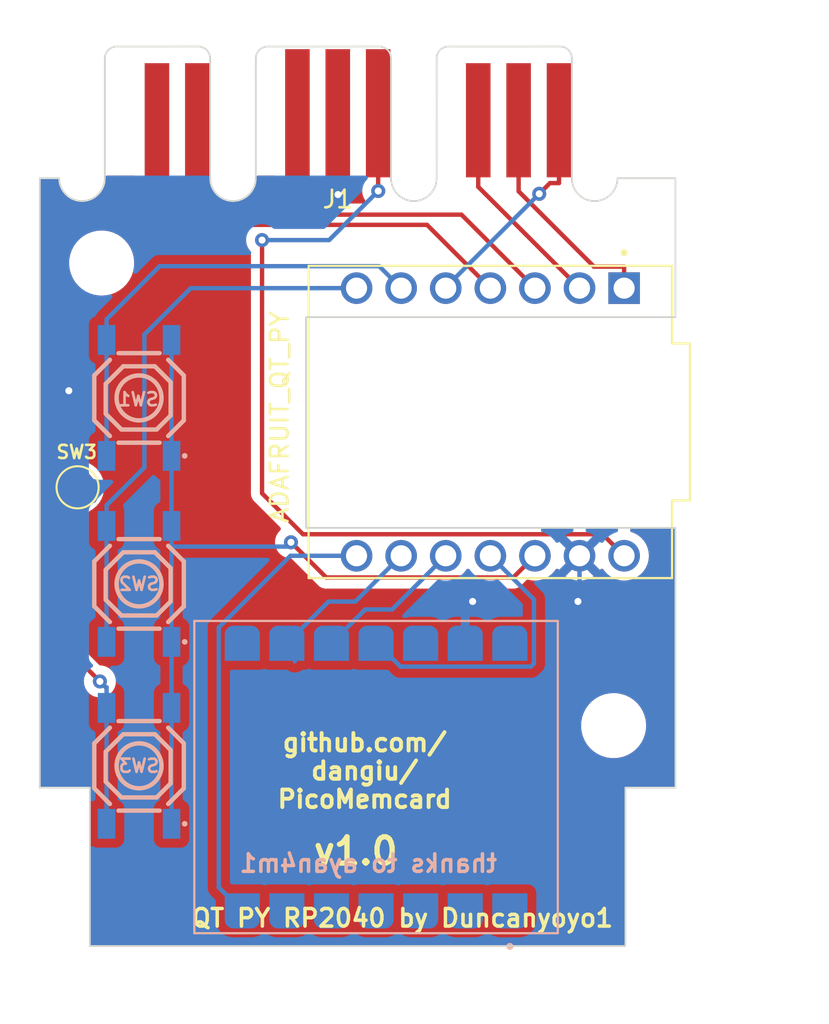
<source format=kicad_pcb>
(kicad_pcb (version 20221018) (generator pcbnew)
  (title_block (title "RP2040-Zero PicoMemcard PCB") (date "2022-09-13") (rev "1.3.1") (company "DanGiu") (comment 1 "Improved MicroSD module mount (long soldering pads)") (comment 2 "Aligned MicroSD silkscreen"))
  (layers (0 "F.Cu" signal) (31 "B.Cu" signal) (34 "B.Paste" user) (35 "F.Paste" user) (36 "B.SilkS" user "B.Silkscreen") (37 "F.SilkS" user "F.Silkscreen") (38 "B.Mask" user) (39 "F.Mask" user) (44 "Edge.Cuts" user))
  (net 0 "")
  (net 1 "DAT")
  (net 2 "CMD")
  (net 4 "GND")
  (net 5 "SEL")
  (net 6 "CLK")
  (net 7 "ACK")
  (net 8 "GP26")
  (net 9 "GP27")
  (net 10 "GP28")
  (net 11 "MISO")
  (net 12 "+5V")
  (net 13 "CS")
  (net 14 "SCK")
  (net 15 "MOSI")
  (net 16 "+3V3")
  (net 17 "+3.3V")
  (footprint "MountingHole:MountingHole_3.2mm_M3" (layer "F.Cu") (at 163.53 102.07)
    (fp_text reference "H2" hide)
    (fp_text value "M3")
    (pad "" np_thru_hole circle (at 0 0) (size 3.2 3.2) (drill 3.2) (layers "*.Cu" "*.Mask"))
  )
  (footprint "TestPoint:TestPoint_Pad_D2.0mm" (layer "F.Cu") (at 133 88.5)
    (fp_text reference "TP1" hide)
    (fp_text value "GP23")
    (fp_circle (center 0 0) (end 0 1.2) (stroke (width 0.12)) (fill none) (layer "F.SilkS"))
    (pad "1" smd circle (at 0 0) (size 2 2) (layers "F.Cu" "F.Mask") (net 10 "GP28"))
  )
  (footprint "MountingHole:MountingHole_3.2mm_M3" (layer "F.Cu") (at 134.37 75.73)
    (fp_text reference "H1" hide)
    (fp_text value "M3")
    (pad "" np_thru_hole circle (at 0 0) (size 3.2 3.2) (drill 3.2) (layers "*.Cu" "*.Mask"))
  )
  (footprint "254:MemoryCardConnector" (layer "F.Cu") (at 147.82 67.2)
    (fp_text reference "J1" (at 0 4.9) (layer "F.SilkS"))
    (fp_text value "PSX Memory Card Interface")
    (pad "1" smd rect (at -10.3 0.4) (size 1.4 6.5) (layers "F.Cu" "F.Paste" "F.Mask") (net 1 "DAT"))
    (pad "2" smd rect (at -8 0.4) (size 1.4 6.5) (layers "F.Cu" "F.Paste" "F.Mask") (net 2 "CMD"))
    (pad "3" smd rect (at -2.3 0) (size 1.4 7.3) (layers "F.Cu" "F.Paste" "F.Mask"))
    (pad "4" smd rect (at 0 0) (size 1.4 7.3) (layers "F.Cu" "F.Paste" "F.Mask") (net 4 "GND"))
    (pad "5" smd rect (at 2.3 0) (size 1.4 7.3) (layers "F.Cu" "F.Paste" "F.Mask") (net 12 "+5V"))
    (pad "6" smd rect (at 8 0.4) (size 1.4 6.5) (layers "F.Cu" "F.Paste" "F.Mask") (net 5 "SEL"))
    (pad "7" smd rect (at 10.3 0.4) (size 1.4 6.5) (layers "F.Cu" "F.Paste" "F.Mask") (net 6 "CLK"))
    (pad "8" smd rect (at 12.6 0.4) (size 1.4 6.5) (layers "F.Cu" "F.Paste" "F.Mask") (net 7 "ACK"))
  )
  (footprint "QTPY:MODULE_ADAFRUIT_QT_PY" (layer "F.Cu") (at 156.509 84.7792 -90)
    (fp_text reference "U2" hide)
    (fp_text value "ADAFRUIT_QT_PY" (at -0.2792 12.009 90) (layer "F.SilkS"))
    (fp_line (start -8.89 -10.3505) (end -8.89 10.3505) (stroke (width 0.127)) (layer "F.SilkS"))
    (fp_line (start -8.89 10.3505) (end 8.89 10.3505) (stroke (width 0.127)) (layer "F.SilkS"))
    (fp_line (start -4.47 -11.3665) (end 4.47 -11.3665) (stroke (width 0.127)) (layer "F.SilkS"))
    (fp_line (start -4.47 -10.3505) (end -8.89 -10.3505) (stroke (width 0.127)) (layer "F.SilkS"))
    (fp_line (start -4.47 -10.3505) (end -4.47 -11.3665) (stroke (width 0.127)) (layer "F.SilkS"))
    (fp_line (start 4.47 -11.3665) (end 4.47 -10.3505) (stroke (width 0.127)) (layer "F.SilkS"))
    (fp_line (start 8.89 -10.3505) (end 4.47 -10.3505) (stroke (width 0.127)) (layer "F.SilkS"))
    (fp_line (start 8.89 10.3505) (end 8.89 -10.3505) (stroke (width 0.127)) (layer "F.SilkS"))
    (fp_circle (center -9.64 -7.62) (end -9.54 -7.62) (stroke (width 0.2)) (fill none) (layer "F.SilkS"))
    (pad "1" thru_hole rect (at -7.62 -7.62 270) (size 1.8 1.8) (drill 1.2) (layers "*.Cu" "*.Mask") (net 6 "CLK"))
    (pad "2" thru_hole circle (at -7.62 -5.08 270) (size 1.8 1.8) (drill 1.2) (layers "*.Cu" "*.Mask") (net 5 "SEL"))
    (pad "3" thru_hole circle (at -7.62 -2.54 270) (size 1.8 1.8) (drill 1.2) (layers "*.Cu" "*.Mask") (net 2 "CMD"))
    (pad "4" thru_hole circle (at -7.62 0 270) (size 1.8 1.8) (drill 1.2) (layers "*.Cu" "*.Mask") (net 1 "DAT"))
    (pad "5" thru_hole circle (at -7.62 2.54 270) (size 1.8 1.8) (drill 1.2) (layers "*.Cu" "*.Mask") (net 7 "ACK"))
    (pad "6" thru_hole circle (at -7.62 5.08 270) (size 1.8 1.8) (drill 1.2) (layers "*.Cu" "*.Mask") (net 8 "GP26"))
    (pad "7" thru_hole circle (at -7.62 7.62 270) (size 1.8 1.8) (drill 1.2) (layers "*.Cu" "*.Mask") (net 9 "GP27"))
    (pad "8" thru_hole circle (at 7.62 7.62 270) (size 1.8 1.8) (drill 1.2) (layers "*.Cu" "*.Mask") (net 13 "CS"))
    (pad "9" thru_hole circle (at 7.62 5.08 270) (size 1.8 1.8) (drill 1.2) (layers "*.Cu" "*.Mask") (net 14 "SCK"))
    (pad "10" thru_hole circle (at 7.62 2.54 270) (size 1.8 1.8) (drill 1.2) (layers "*.Cu" "*.Mask") (net 11 "MISO"))
    (pad "11" thru_hole circle (at 7.62 0 270) (size 1.8 1.8) (drill 1.2) (layers "*.Cu" "*.Mask") (net 15 "MOSI"))
    (pad "12" thru_hole circle (at 7.62 -2.54 270) (size 1.8 1.8) (drill 1.2) (layers "*.Cu" "*.Mask") (net 16 "+3V3"))
    (pad "13" thru_hole circle (at 7.62 -5.08 270) (size 1.8 1.8) (drill 1.2) (layers "*.Cu" "*.Mask") (net 4 "GND"))
    (pad "14" thru_hole circle (at 7.62 -7.62 270) (size 1.8 1.8) (drill 1.2) (layers "*.Cu" "*.Mask") (net 12 "+5V"))
  )
  (footprint "easyeda2kicad:SW-SMD_4P-L5.1-W5.1-P3.70-LS6.5-TL-2" (layer "B.Cu") (at 136.5 104.36 90)
    (fp_text reference "SW3" (at 0 0) (layer "B.SilkS") (effects (font (size 0.75 0.75)) (justify mirror)))
    (fp_text value "TS-1187A-B-A-B" hide)
    (fp_line (start -2.55 1.17) (end -2.55 -1.17) (stroke (width 0.25)) (layer "B.SilkS"))
    (fp_line (start -2.17 -1.66) (end -1.28 -2.55) (stroke (width 0.25)) (layer "B.SilkS"))
    (fp_line (start -1.8 -1) (end -1.8 1) (stroke (width 0.25)) (layer "B.SilkS"))
    (fp_line (start -1.8 1) (end -1 1.8) (stroke (width 0.25)) (layer "B.SilkS"))
    (fp_line (start -1.28 -2.55) (end 1.28 -2.55) (stroke (width 0.25)) (layer "B.SilkS"))
    (fp_line (start -1.28 2.55) (end -2.17 1.66) (stroke (width 0.25)) (layer "B.SilkS"))
    (fp_line (start -1.28 2.55) (end 1.28 2.55) (stroke (width 0.25)) (layer "B.SilkS"))
    (fp_line (start -1 1.8) (end 0.9 1.8) (stroke (width 0.25)) (layer "B.SilkS"))
    (fp_line (start -0.9 -1.9) (end -1.8 -1) (stroke (width 0.25)) (layer "B.SilkS"))
    (fp_line (start 0.8 -1.9) (end -0.9 -1.9) (stroke (width 0.25)) (layer "B.SilkS"))
    (fp_line (start 0.9 1.8) (end 1.8 0.9) (stroke (width 0.25)) (layer "B.SilkS"))
    (fp_line (start 1.28 2.55) (end 2.17 1.66) (stroke (width 0.25)) (layer "B.SilkS"))
    (fp_line (start 1.8 -0.9) (end 0.8 -1.9) (stroke (width 0.25)) (layer "B.SilkS"))
    (fp_line (start 1.8 0.9) (end 1.8 -0.9) (stroke (width 0.25)) (layer "B.SilkS"))
    (fp_line (start 2.17 -1.66) (end 1.28 -2.55) (stroke (width 0.25)) (layer "B.SilkS"))
    (fp_line (start 2.55 1.17) (end 2.55 -1.17) (stroke (width 0.25)) (layer "B.SilkS"))
    (fp_circle (center -3.3 2.6) (end -3.2 2.6) (stroke (width 0.12)) (fill solid) (layer "B.SilkS"))
    (fp_circle (center 0 0) (end 1.28 0) (stroke (width 0.25)) (fill none) (layer "B.SilkS"))
    (pad "1" smd rect (at -3.3 1.85 90) (size 1.7 1) (layers "B.Cu" "B.Paste" "B.Mask") (net 16 "+3V3"))
    (pad "2" smd rect (at 3.3 1.85 90) (size 1.7 1) (layers "B.Cu" "B.Paste" "B.Mask") (net 16 "+3V3"))
    (pad "3" smd rect (at -3.3 -1.85 90) (size 1.7 1) (layers "B.Cu" "B.Paste" "B.Mask") (net 10 "GP28"))
    (pad "4" smd rect (at 3.3 -1.85 90) (size 1.7 1) (layers "B.Cu" "B.Paste" "B.Mask") (net 10 "GP28"))
  )
  (footprint "KiCad Folder:MODULE_ADAFRUIT_QT_PY_BFF" (layer "B.Cu") (at 150 105 90)
    (fp_text reference "U1" hide)
    (fp_text value "QT_PY_SD_BFF")
    (fp_line (start -8.89 -10.3505) (end 8.89 -10.3505) (stroke (width 0.127)) (layer "B.SilkS"))
    (fp_line (start -8.89 10.3505) (end -8.89 -10.3505) (stroke (width 0.127)) (layer "B.SilkS"))
    (fp_line (start 8.89 -10.3505) (end 8.89 10.3505) (stroke (width 0.127)) (layer "B.SilkS"))
    (fp_line (start 8.89 10.3505) (end -8.89 10.3505) (stroke (width 0.127)) (layer "B.SilkS"))
    (fp_circle (center -9.64 7.62) (end -9.54 7.62) (stroke (width 0.2)) (fill none) (layer "B.SilkS"))
    (pad "1" smd roundrect (at -7.62 7.62 90) (size 2 2) (layers "B.Cu" "B.Paste" "B.Mask") (chamfer_ratio 0) (chamfer top_right bottom_right))
    (pad "2" smd roundrect (at -7.62 5.08 90) (size 2 2) (layers "B.Cu" "B.Paste" "B.Mask") (chamfer_ratio 0) (chamfer top_right bottom_right))
    (pad "3" smd roundrect (at -7.62 2.54 90) (size 2 2) (layers "B.Cu" "B.Paste" "B.Mask") (chamfer_ratio 0) (chamfer top_right bottom_right))
    (pad "4" smd roundrect (at -7.62 0 90) (size 2 2) (layers "B.Cu" "B.Paste" "B.Mask") (chamfer_ratio 0) (chamfer top_right bottom_right))
    (pad "5" smd roundrect (at -7.62 -2.54 90) (size 2 2) (layers "B.Cu" "B.Paste" "B.Mask") (chamfer_ratio 0) (chamfer top_right bottom_right))
    (pad "6" smd roundrect (at -7.62 -5.08 90) (size 2 2) (layers "B.Cu" "B.Paste" "B.Mask") (chamfer_ratio 0) (chamfer top_right bottom_right))
    (pad "7" smd roundrect (at -7.62 -7.62 90) (size 2 2) (layers "B.Cu" "B.Paste" "B.Mask") (chamfer_ratio 0) (chamfer top_right bottom_right) (net 13 "CS"))
    (pad "8" smd roundrect (at 7.62 -7.62 90) (size 2 2) (layers "B.Cu" "B.Paste" "B.Mask") (chamfer_ratio 0) (chamfer top_left bottom_left))
    (pad "9" smd roundrect (at 7.62 -5.08 90) (size 2 2) (layers "B.Cu" "B.Paste" "B.Mask") (chamfer_ratio 0) (chamfer top_left bottom_left) (net 14 "SCK"))
    (pad "10" smd roundrect (at 7.62 -2.54 90) (size 2 2) (layers "B.Cu" "B.Paste" "B.Mask") (chamfer_ratio 0) (chamfer top_left bottom_left) (net 11 "MISO"))
    (pad "11" smd roundrect (at 7.62 0 90) (size 2 2) (layers "B.Cu" "B.Paste" "B.Mask") (chamfer_ratio 0) (chamfer top_left bottom_left) (net 15 "MOSI"))
    (pad "12" smd roundrect (at 7.62 2.54 90) (size 2 2) (layers "B.Cu" "B.Paste" "B.Mask") (chamfer_ratio 0) (chamfer top_left bottom_left) (net 17 "+3.3V"))
    (pad "13" smd roundrect (at 7.62 5.08 90) (size 2 2) (layers "B.Cu" "B.Paste" "B.Mask") (chamfer_ratio 0) (chamfer top_left bottom_left) (net 4 "GND"))
    (pad "14" smd roundrect (at 7.62 7.62 90) (size 2 2) (layers "B.Cu" "B.Paste" "B.Mask") (chamfer_ratio 0) (chamfer top_left bottom_left))
  )
  (footprint "easyeda2kicad:SW-SMD_4P-L5.1-W5.1-P3.70-LS6.5-TL-2" (layer "B.Cu") (at 136.5 83.41 90)
    (fp_text reference "SW1" (at -0.08 -0.04) (layer "B.SilkS") (effects (font (size 0.75 0.75)) (justify mirror)))
    (fp_text value "TS-1187A-B-A-B" hide)
    (fp_line (start -2.55 1.17) (end -2.55 -1.17) (stroke (width 0.25)) (layer "B.SilkS"))
    (fp_line (start -2.17 -1.66) (end -1.28 -2.55) (stroke (width 0.25)) (layer "B.SilkS"))
    (fp_line (start -1.8 -1) (end -1.8 1) (stroke (width 0.25)) (layer "B.SilkS"))
    (fp_line (start -1.8 1) (end -1 1.8) (stroke (width 0.25)) (layer "B.SilkS"))
    (fp_line (start -1.28 -2.55) (end 1.28 -2.55) (stroke (width 0.25)) (layer "B.SilkS"))
    (fp_line (start -1.28 2.55) (end -2.17 1.66) (stroke (width 0.25)) (layer "B.SilkS"))
    (fp_line (start -1.28 2.55) (end 1.28 2.55) (stroke (width 0.25)) (layer "B.SilkS"))
    (fp_line (start -1 1.8) (end 0.9 1.8) (stroke (width 0.25)) (layer "B.SilkS"))
    (fp_line (start -0.9 -1.9) (end -1.8 -1) (stroke (width 0.25)) (layer "B.SilkS"))
    (fp_line (start 0.8 -1.9) (end -0.9 -1.9) (stroke (width 0.25)) (layer "B.SilkS"))
    (fp_line (start 0.9 1.8) (end 1.8 0.9) (stroke (width 0.25)) (layer "B.SilkS"))
    (fp_line (start 1.28 2.55) (end 2.17 1.66) (stroke (width 0.25)) (layer "B.SilkS"))
    (fp_line (start 1.8 -0.9) (end 0.8 -1.9) (stroke (width 0.25)) (layer "B.SilkS"))
    (fp_line (start 1.8 0.9) (end 1.8 -0.9) (stroke (width 0.25)) (layer "B.SilkS"))
    (fp_line (start 2.17 -1.66) (end 1.28 -2.55) (stroke (width 0.25)) (layer "B.SilkS"))
    (fp_line (start 2.55 1.17) (end 2.55 -1.17) (stroke (width 0.25)) (layer "B.SilkS"))
    (fp_circle (center -3.3 2.6) (end -3.2 2.6) (stroke (width 0.12)) (fill solid) (layer "B.SilkS"))
    (fp_circle (center 0 0) (end 1.28 0) (stroke (width 0.25)) (fill none) (layer "B.SilkS"))
    (pad "1" smd rect (at -3.3 1.85 90) (size 1.7 1) (layers "B.Cu" "B.Paste" "B.Mask") (net 16 "+3V3"))
    (pad "2" smd rect (at 3.3 1.85 90) (size 1.7 1) (layers "B.Cu" "B.Paste" "B.Mask") (net 16 "+3V3"))
    (pad "3" smd rect (at -3.3 -1.85 90) (size 1.7 1) (layers "B.Cu" "B.Paste" "B.Mask") (net 8 "GP26"))
    (pad "4" smd rect (at 3.3 -1.85 90) (size 1.7 1) (layers "B.Cu" "B.Paste" "B.Mask") (net 8 "GP26"))
  )
  (footprint "easyeda2kicad:SW-SMD_4P-L5.1-W5.1-P3.70-LS6.5-TL-2" (layer "B.Cu") (at 136.5 94 90)
    (fp_text reference "SW2" (at 0 0) (layer "B.SilkS") (effects (font (size 0.75 0.75)) (justify mirror)))
    (fp_text value "TS-1187A-B-A-B" hide)
    (fp_line (start -2.55 1.17) (end -2.55 -1.17) (stroke (width 0.25)) (layer "B.SilkS"))
    (fp_line (start -2.17 -1.66) (end -1.28 -2.55) (stroke (width 0.25)) (layer "B.SilkS"))
    (fp_line (start -1.8 -1) (end -1.8 1) (stroke (width 0.25)) (layer "B.SilkS"))
    (fp_line (start -1.8 1) (end -1 1.8) (stroke (width 0.25)) (layer "B.SilkS"))
    (fp_line (start -1.28 -2.55) (end 1.28 -2.55) (stroke (width 0.25)) (layer "B.SilkS"))
    (fp_line (start -1.28 2.55) (end -2.17 1.66) (stroke (width 0.25)) (layer "B.SilkS"))
    (fp_line (start -1.28 2.55) (end 1.28 2.55) (stroke (width 0.25)) (layer "B.SilkS"))
    (fp_line (start -1 1.8) (end 0.9 1.8) (stroke (width 0.25)) (layer "B.SilkS"))
    (fp_line (start -0.9 -1.9) (end -1.8 -1) (stroke (width 0.25)) (layer "B.SilkS"))
    (fp_line (start 0.8 -1.9) (end -0.9 -1.9) (stroke (width 0.25)) (layer "B.SilkS"))
    (fp_line (start 0.9 1.8) (end 1.8 0.9) (stroke (width 0.25)) (layer "B.SilkS"))
    (fp_line (start 1.28 2.55) (end 2.17 1.66) (stroke (width 0.25)) (layer "B.SilkS"))
    (fp_line (start 1.8 -0.9) (end 0.8 -1.9) (stroke (width 0.25)) (layer "B.SilkS"))
    (fp_line (start 1.8 0.9) (end 1.8 -0.9) (stroke (width 0.25)) (layer "B.SilkS"))
    (fp_line (start 2.17 -1.66) (end 1.28 -2.55) (stroke (width 0.25)) (layer "B.SilkS"))
    (fp_line (start 2.55 1.17) (end 2.55 -1.17) (stroke (width 0.25)) (layer "B.SilkS"))
    (fp_circle (center -3.3 2.6) (end -3.2 2.6) (stroke (width 0.12)) (fill solid) (layer "B.SilkS"))
    (fp_circle (center 0 0) (end 1.28 0) (stroke (width 0.25)) (fill none) (layer "B.SilkS"))
    (pad "1" smd rect (at -3.3 1.85 90) (size 1.7 1) (layers "B.Cu" "B.Paste" "B.Mask") (net 16 "+3V3"))
    (pad "2" smd rect (at 3.3 1.85 90) (size 1.7 1) (layers "B.Cu" "B.Paste" "B.Mask") (net 16 "+3V3"))
    (pad "3" smd rect (at -3.3 -1.85 90) (size 1.7 1) (layers "B.Cu" "B.Paste" "B.Mask") (net 9 "GP27"))
    (pad "4" smd rect (at 3.3 -1.85 90) (size 1.7 1) (layers "B.Cu" "B.Paste" "B.Mask") (net 9 "GP27"))
  )
  (gr_arc (start 139.850725 63.399987) (mid 140.351367 63.599673) (end 140.550318 64.100622) (stroke (width 0.1)) (layer "Edge.Cuts"))
  (gr_line (start 130.85 70.9) (end 131.95 70.9) (stroke (width 0.1)) (layer "Edge.Cuts"))
  (gr_arc (start 150.150725 63.399987) (mid 150.653777 63.597295) (end 150.850318 64.100622) (stroke (width 0.1)) (layer "Edge.Cuts"))
  (gr_arc (start 143.150318 70.900622) (mid 141.850318 72.200622) (end 140.550318 70.900622) (stroke (width 0.1)) (layer "Edge.Cuts"))
  (gr_line (start 167.05 70.899784) (end 167.05 78.81) (stroke (width 0.1)) (layer "Edge.Cuts"))
  (gr_line (start 140.550318 64.100622) (end 140.550318 70.900622) (stroke (width 0.1)) (layer "Edge.Cuts"))
  (gr_arc (start 153.450318 70.900622) (mid 152.150318 72.200622) (end 150.850318 70.900622) (stroke (width 0.1)) (layer "Edge.Cuts"))
  (gr_line (start 150.850318 64.100622) (end 150.850318 70.900622) (stroke (width 0.1)) (layer "Edge.Cuts"))
  (gr_arc (start 163.750318 70.899784) (mid 162.450719 72.200218) (end 161.150318 70.900622) (stroke (width 0.1)) (layer "Edge.Cuts"))
  (gr_line (start 133.7 105.6) (end 133.7 114.62) (stroke (width 0.1)) (layer "Edge.Cuts"))
  (gr_arc (start 134.550318 70.899553) (mid 133.250424 72.200118) (end 131.95 70.9) (stroke (width 0.1)) (layer "Edge.Cuts"))
  (gr_line (start 167.05 90.81) (end 146.01 90.81) (stroke (width 0.1)) (layer "Edge.Cuts"))
  (gr_line (start 134.550318 70.899553) (end 134.550318 64.100216) (stroke (width 0.1)) (layer "Edge.Cuts"))
  (gr_line (start 167.05 78.81) (end 146.01 78.81) (stroke (width 0.1)) (layer "Edge.Cuts"))
  (gr_line (start 163.750318 70.899784) (end 167.05 70.899784) (stroke (width 0.1)) (layer "Edge.Cuts"))
  (gr_line (start 161.150318 64.100622) (end 161.150318 70.900622) (stroke (width 0.1)) (layer "Edge.Cuts"))
  (gr_arc (start 153.449683 64.100216) (mid 153.647012 63.597203) (end 154.150318 63.400622) (stroke (width 0.1)) (layer "Edge.Cuts"))
  (gr_line (start 143.150318 70.900622) (end 143.149683 64.100216) (stroke (width 0.1)) (layer "Edge.Cuts"))
  (gr_line (start 146.01 90.81) (end 146.01 78.81) (stroke (width 0.1)) (layer "Edge.Cuts"))
  (gr_arc (start 143.149683 64.100216) (mid 143.349354 63.599545) (end 143.850318 63.400622) (stroke (width 0.1)) (layer "Edge.Cuts"))
  (gr_arc (start 134.550318 64.100216) (mid 134.749579 63.599595) (end 135.250318 63.400622) (stroke (width 0.1)) (layer "Edge.Cuts"))
  (gr_line (start 167.05 105.6) (end 164.2 105.6) (stroke (width 0.1)) (layer "Edge.Cuts"))
  (gr_line (start 135.250318 63.400622) (end 139.850725 63.399987) (stroke (width 0.1)) (layer "Edge.Cuts"))
  (gr_line (start 154.150318 63.400622) (end 160.450725 63.399987) (stroke (width 0.1)) (layer "Edge.Cuts"))
  (gr_line (start 164.2 114.62) (end 164.2 105.6) (stroke (width 0.1)) (layer "Edge.Cuts"))
  (gr_line (start 167.05 105.6) (end 167.05 90.81) (stroke (width 0.1)) (layer "Edge.Cuts"))
  (gr_line (start 130.85 105.6) (end 130.85 70.9) (stroke (width 0.1)) (layer "Edge.Cuts"))
  (gr_arc (start 160.450725 63.399987) (mid 160.953777 63.597295) (end 161.150318 64.100622) (stroke (width 0.1)) (layer "Edge.Cuts"))
  (gr_line (start 130.85 105.6) (end 133.7 105.6) (stroke (width 0.1)) (layer "Edge.Cuts"))
  (gr_line (start 153.450318 70.900622) (end 153.449683 64.100216) (stroke (width 0.1)) (layer "Edge.Cuts"))
  (gr_line (start 143.850318 63.400622) (end 150.150725 63.399987) (stroke (width 0.1)) (layer "Edge.Cuts"))
  (gr_line (start 164.2 114.62) (end 133.7 114.62) (stroke (width 0.1)) (layer "Edge.Cuts"))
  (gr_text "thanks to ayan4m1" (at 157 110.5) (layer "B.SilkS") (effects (font (size 1 1) (thickness 0.2)) (justify left bottom mirror)))
  (gr_text "github.com/\ndangiu/\nPicoMemcard" (at 149.352 104.648) (layer "F.SilkS") (effects (font (size 1 1) (thickness 0.22))))
  (gr_text "v1.0" (at 148.844 109.22) (layer "F.SilkS") (effects (font (size 1.5 1.5) (thickness 0.3))))
  (gr_text "SW3" (at 131.707143 86.931448) (layer "F.SilkS") (effects (font (size 0.75 0.75) (thickness 0.15) bold) (justify left bottom)))
  (gr_text "QT PY RP2040 by Duncanyoyo1" (at 151.5 113.03) (layer "F.SilkS") (effects (font (size 1 1) (thickness 0.2))))
  (segment (start 139.898 73.5546) (end 152.904 73.5546) (width 0.25) (layer "F.Cu") (net 1))
  (segment (start 137.52 71.1769) (end 139.898 73.5546) (width 0.25) (layer "F.Cu") (net 1))
  (segment (start 137.52 67.6) (end 137.52 71.1769) (width 0.25) (layer "F.Cu") (net 1))
  (segment (start 152.904 73.5546) (end 156.509 77.1592) (width 0.25) (layer "F.Cu") (net 1))
  (segment (start 154.864 72.9746) (end 159.049 77.1592) (width 0.25) (layer "F.Cu") (net 2))
  (segment (start 141.577 72.9746) (end 154.864 72.9746) (width 0.25) (layer "F.Cu") (net 2))
  (segment (start 139.82 71.2177) (end 141.577 72.9746) (width 0.25) (layer "F.Cu") (net 2))
  (segment (start 139.82 67.6) (end 139.82 71.2177) (width 0.25) (layer "F.Cu") (net 2))
  (segment (start 146 95) (end 134 83) (width 0.25) (layer "F.Cu") (net 4))
  (segment (start 161.5 95) (end 155.5 95) (width 0.25) (layer "F.Cu") (net 4))
  (segment (start 134 83) (end 132.5 83) (width 0.25) (layer "F.Cu") (net 4))
  (segment (start 147.82 70.9609) (end 147.82 67.2) (width 0.25) (layer "F.Cu") (net 4))
  (segment (start 155.5 95) (end 146 95) (width 0.25) (layer "F.Cu") (net 4))
  (via (at 132.5 83) (size 0.8) (drill 0.4) (layers "F.Cu" "B.Cu") (net 4))
  (via (at 161.5 95) (size 0.8) (drill 0.4) (layers "F.Cu" "B.Cu") (net 4))
  (via (at 147.83 71.8304) (size 0.8) (drill 0.4) (layers "F.Cu" "B.Cu") (net 4))
  (via (at 155.5 95) (size 0.8) (drill 0.4) (layers "F.Cu" "B.Cu") (net 4))
  (segment (start 155.383 97.2117) (end 155.372 97.2227) (width 0.25) (layer "B.Cu") (net 4))
  (segment (start 155.5 95) (end 155.08 95.42) (width 0.25) (layer "B.Cu") (net 4))
  (segment (start 155.372 97.2227) (end 155.372 97.248) (width 0.25) (layer "B.Cu") (net 4))
  (segment (start 161.589 94.911) (end 161.5 95) (width 0.25) (layer "B.Cu") (net 4))
  (segment (start 161.589 92.3992) (end 161.589 94.911) (width 0.25) (layer "B.Cu") (net 4))
  (segment (start 155.08 95.42) (end 155.08 97.38) (width 0.25) (layer "B.Cu") (net 4))
  (segment (start 155.82 71.3902) (end 155.82 67.6) (width 0.25) (layer "F.Cu") (net 5))
  (segment (start 161.589 77.1592) (end 155.82 71.3902) (width 0.25) (layer "F.Cu") (net 5))
  (segment (start 158.12 71.6431) (end 162.409 75.9323) (width 0.25) (layer "F.Cu") (net 6))
  (segment (start 158.12 67.6) (end 158.12 71.6431) (width 0.25) (layer "F.Cu") (net 6))
  (segment (start 162.409 75.9323) (end 164.129 75.9323) (width 0.25) (layer "F.Cu") (net 6))
  (segment (start 164.129 75.9323) (end 164.129 77.1592) (width 0.25) (layer "F.Cu") (net 6))
  (segment (start 159.904 71.1769) (end 159.293 71.7879) (width 0.25) (layer "F.Cu") (net 7))
  (segment (start 160.42 67.6) (end 160.42 71.1769) (width 0.25) (layer "F.Cu") (net 7))
  (segment (start 160.42 71.1769) (end 159.904 71.1769) (width 0.25) (layer "F.Cu") (net 7))
  (via (at 159.293 71.7879) (size 0.8) (drill 0.4) (layers "F.Cu" "B.Cu") (net 7))
  (segment (start 153.969 77.1116) (end 159.293 71.7879) (width 0.25) (layer "B.Cu") (net 7))
  (segment (start 153.969 77.1592) (end 153.969 77.1116) (width 0.25) (layer "B.Cu") (net 7))
  (segment (start 150.1786 75.9088) (end 151.429 77.1592) (width 0.25) (layer "B.Cu") (net 8))
  (segment (start 134.65 80.11) (end 134.65 78.9331) (width 0.25) (layer "B.Cu") (net 8))
  (segment (start 134.65 78.9331) (end 137.6743 75.9088) (width 0.25) (layer "B.Cu") (net 8))
  (segment (start 134.65 86.71) (end 134.65 80.11) (width 0.25) (layer "B.Cu") (net 8))
  (segment (start 137.6743 75.9088) (end 150.1786 75.9088) (width 0.25) (layer "B.Cu") (net 8))
  (segment (start 136.8041 87.369) (end 136.8041 79.7994) (width 0.25) (layer "B.Cu") (net 9))
  (segment (start 134.65 97.3) (end 134.65 91.8769) (width 0.25) (layer "B.Cu") (net 9))
  (segment (start 134.65 89.5231) (end 136.8041 87.369) (width 0.25) (layer "B.Cu") (net 9))
  (segment (start 136.8041 79.7994) (end 139.4428 77.1607) (width 0.25) (layer "B.Cu") (net 9))
  (segment (start 139.4428 77.1607) (end 146.787 77.1607) (width 0.25) (layer "B.Cu") (net 9))
  (segment (start 146.7885 77.1592) (end 148.889 77.1592) (width 0.25) (layer "B.Cu") (net 9))
  (segment (start 134.65 90.7) (end 134.65 89.5231) (width 0.25) (layer "B.Cu") (net 9))
  (segment (start 146.787 77.1607) (end 146.7885 77.1592) (width 0.25) (layer "B.Cu") (net 9))
  (segment (start 134.65 90.7) (end 134.65 91.8769) (width 0.25) (layer "B.Cu") (net 9))
  (segment (start 133 88.5) (end 133 98.2842) (width 0.25) (layer "F.Cu") (net 10))
  (segment (start 133 98.2842) (end 134.27 99.5542) (width 0.25) (layer "F.Cu") (net 10))
  (via (at 134.27 99.5542) (size 0.8) (drill 0.4) (layers "F.Cu" "B.Cu") (net 10))
  (segment (start 134.65 101.06) (end 134.65 99.8831) (width 0.25) (layer "B.Cu") (net 10))
  (segment (start 134.27 99.5542) (end 134.5989 99.8831) (width 0.25) (layer "B.Cu") (net 10))
  (segment (start 134.65 107.66) (end 134.65 101.06) (width 0.25) (layer "B.Cu") (net 10))
  (segment (start 134.5989 99.8831) (end 134.65 99.8831) (width 0.25) (layer "B.Cu") (net 10))
  (segment (start 153.969 92.3992) (end 150.911 95.4568) (width 0.25) (layer "B.Cu") (net 11))
  (segment (start 150.911 95.4568) (end 149.383 95.4568) (width 0.25) (layer "B.Cu") (net 11))
  (segment (start 149.383 95.4568) (end 147.46 97.38) (width 0.25) (layer "B.Cu") (net 11))
  (segment (start 150.12 71.6235) (end 150.12 67.2) (width 0.25) (layer "F.Cu") (net 12))
  (segment (start 150.124 71.6276) (end 150.12 71.6235) (width 0.25) (layer "F.Cu") (net 12))
  (segment (start 162.902 91.1723) (end 145.835 91.1723) (width 0.25) (layer "F.Cu") (net 12))
  (segment (start 145.835 91.1723) (end 143.506 88.843) (width 0.25) (layer "F.Cu") (net 12))
  (segment (start 143.506 88.843) (end 143.506 74.4228) (width 0.25) (layer "F.Cu") (net 12))
  (segment (start 164.129 92.3992) (end 162.902 91.1723) (width 0.25) (layer "F.Cu") (net 12))
  (via (at 150.124 71.6276) (size 0.8) (drill 0.4) (layers "F.Cu" "B.Cu") (net 12))
  (via (at 143.506 74.4228) (size 0.8) (drill 0.4) (layers "F.Cu" "B.Cu") (net 12))
  (segment (start 143.506 74.4228) (end 147.329 74.4228) (width 0.25) (layer "B.Cu") (net 12))
  (segment (start 147.329 74.4228) (end 150.124 71.6276) (width 0.25) (layer "B.Cu") (net 12))
  (segment (start 145.123 92.3992) (end 141.042 96.4799) (width 0.25) (layer "B.Cu") (net 13))
  (segment (start 148.889 92.3992) (end 145.123 92.3992) (width 0.25) (layer "B.Cu") (net 13))
  (segment (start 141.042 111.282) (end 142.38 112.62) (width 0.25) (layer "B.Cu") (net 13))
  (segment (start 141.042 96.4799) (end 141.042 111.282) (width 0.25) (layer "B.Cu") (net 13))
  (segment (start 151.429 93.0092) (end 151.429 92.3992) (width 0.25) (layer "F.Cu") (net 14))
  (segment (start 145.372 97.8297) (end 145.37 97.8297) (width 0.25) (layer "B.Cu") (net 14))
  (segment (start 147.294 95.0064) (end 144.92 97.38) (width 0.25) (layer "B.Cu") (net 14))
  (segment (start 145.37 97.8297) (end 144.92 97.38) (width 0.25) (layer "B.Cu") (net 14))
  (segment (start 145.372 97.8297) (end 145.372 98.4114) (width 0.25) (layer "B.Cu") (net 14))
  (segment (start 145.372 97.248) (end 145.372 97.8297) (width 0.25) (layer "B.Cu") (net 14))
  (segment (start 148.822 95.0064) (end 147.294 95.0064) (width 0.25) (layer "B.Cu") (net 14))
  (segment (start 151.429 92.3992) (end 148.822 95.0064) (width 0.25) (layer "B.Cu") (net 14))
  (segment (start 150.064 97.3289) (end 150.064 97.38) (width 0.25) (layer "B.Cu") (net 15))
  (segment (start 151.394 98.71) (end 158.812 98.71) (width 0.25) (layer "B.Cu") (net 15))
  (segment (start 150.372 97.021) (end 150.064 97.3289) (width 0.25) (layer "B.Cu") (net 15))
  (segment (start 158.994 98.5279) (end 158.994 94.8846) (width 0.25) (layer "B.Cu") (net 15))
  (segment (start 150.372 97.021) (end 150.372 97.248) (width 0.254) (layer "B.Cu") (net 15))
  (segment (start 158.812 98.71) (end 158.994 98.5279) (width 0.25) (layer "B.Cu") (net 15))
  (segment (start 150.064 97.38) (end 151.394 98.71) (width 0.25) (layer "B.Cu") (net 15))
  (segment (start 150.372 96.794) (end 150.372 97.021) (width 0.254) (layer "B.Cu") (net 15))
  (segment (start 158.994 94.8846) (end 156.509 92.3992) (width 0.25) (layer "B.Cu") (net 15))
  (segment (start 150.064 97.38) (end 150 97.38) (width 0.25) (layer "B.Cu") (net 15))
  (segment (start 157.8149 93.6333) (end 147.1564 93.6333) (width 0.25) (layer "F.Cu") (net 16))
  (segment (start 147.1564 93.6333) (end 145.154 91.6309) (width 0.25) (layer "F.Cu") (net 16))
  (segment (start 159.049 92.3992) (end 157.8149 93.6333) (width 0.25) (layer "F.Cu") (net 16))
  (via (at 145.154 91.6309) (size 0.8) (drill 0.4) (layers "F.Cu" "B.Cu") (net 16))
  (segment (start 138.35 80.11) (end 138.35 86.71) (width 0.25) (layer "B.Cu") (net 16))
  (segment (start 138.35 97.3) (end 138.35 101.06) (width 0.25) (layer "B.Cu") (net 16))
  (segment (start 138.35 90.7) (end 138.35 91.8769) (width 0.25) (layer "B.Cu") (net 16))
  (segment (start 144.908 91.8769) (end 138.35 91.8769) (width 0.25) (layer "B.Cu") (net 16))
  (segment (start 145.154 91.6309) (end 144.908 91.8769) (width 0.25) (layer "B.Cu") (net 16))
  (segment (start 138.35 91.8769) (end 138.35 97.3) (width 0.25) (layer "B.Cu") (net 16))
  (segment (start 138.35 86.71) (end 138.35 90.7) (width 0.25) (layer "B.Cu") (net 16))
  (segment (start 138.35 107.66) (end 138.35 101.06) (width 0.25) (layer "B.Cu") (net 16))
  (zone (net 4) (net_name "GND") (layers "F&B.Cu") (connect_pads (clearance 0.508)) (min_thickness 0.254) (fill yes (thermal_gap 0.508) (thermal_bridge_width 0.508))
    (polygon (pts (xy 175.8 119.09) (xy 128.58 119.09) (xy 128.58 70.75) (xy 175.8 70.75)))
  )
)
</source>
